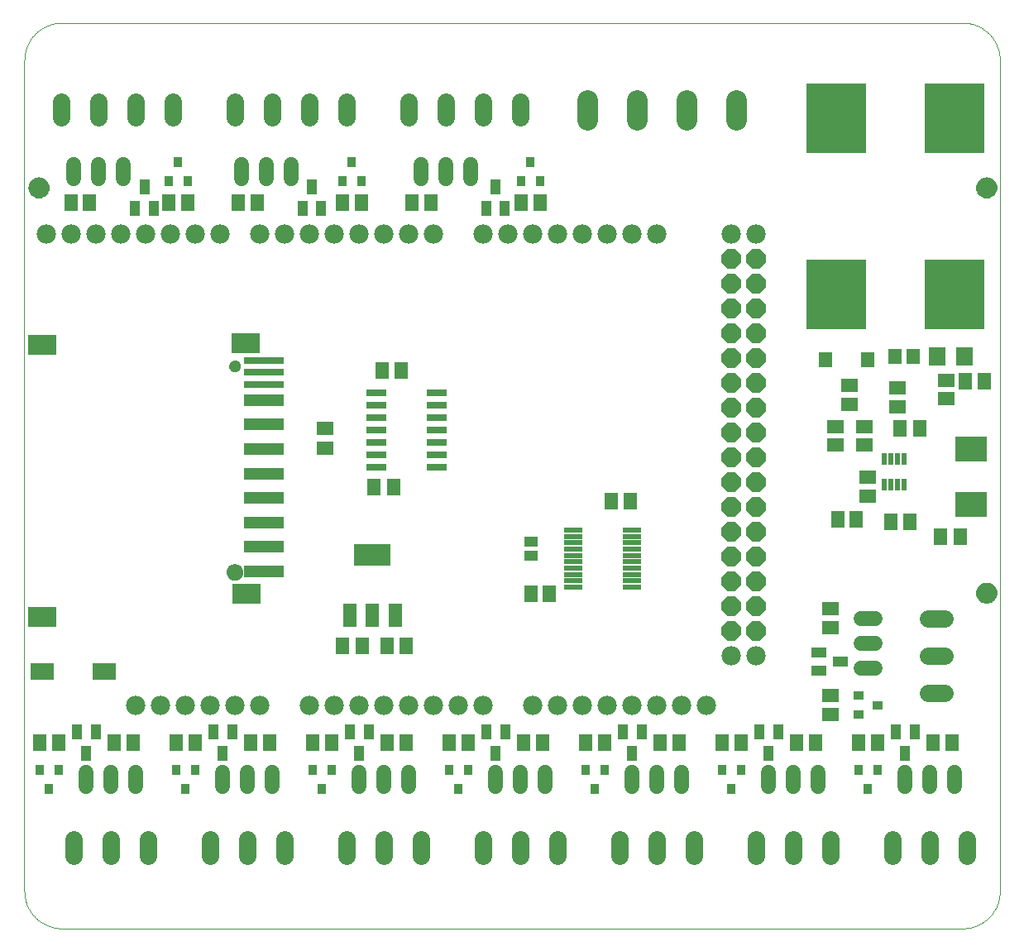
<source format=gts>
G75*
%MOIN*%
%OFA0B0*%
%FSLAX25Y25*%
%IPPOS*%
%LPD*%
%AMOC8*
5,1,8,0,0,1.08239X$1,22.5*
%
%ADD10C,0.00000*%
%ADD11R,0.05518X0.06699*%
%ADD12R,0.05200X0.09200*%
%ADD13R,0.14573X0.09061*%
%ADD14R,0.08400X0.03000*%
%ADD15C,0.07800*%
%ADD16OC8,0.07800*%
%ADD17R,0.07487X0.01975*%
%ADD18R,0.11424X0.08274*%
%ADD19R,0.16148X0.03156*%
%ADD20R,0.16148X0.05124*%
%ADD21C,0.04731*%
%ADD22C,0.06699*%
%ADD23R,0.05321X0.04337*%
%ADD24C,0.06896*%
%ADD25C,0.06000*%
%ADD26R,0.03550X0.03943*%
%ADD27R,0.03943X0.03550*%
%ADD28R,0.06699X0.05518*%
%ADD29R,0.05912X0.04337*%
%ADD30R,0.04337X0.05912*%
%ADD31R,0.05400X0.06187*%
%ADD32R,0.24022X0.27959*%
%ADD33R,0.06699X0.07498*%
%ADD34R,0.05518X0.06306*%
%ADD35R,0.09455X0.06699*%
%ADD36R,0.01975X0.05124*%
%ADD37R,0.12998X0.10243*%
%ADD38C,0.08274*%
%ADD39C,0.00500*%
D10*
X0090000Y0017248D02*
X0090000Y0352248D01*
X0090004Y0352610D01*
X0090018Y0352973D01*
X0090039Y0353335D01*
X0090070Y0353696D01*
X0090109Y0354056D01*
X0090157Y0354415D01*
X0090214Y0354773D01*
X0090279Y0355130D01*
X0090353Y0355485D01*
X0090436Y0355838D01*
X0090527Y0356189D01*
X0090626Y0356537D01*
X0090734Y0356883D01*
X0090850Y0357227D01*
X0090975Y0357567D01*
X0091107Y0357904D01*
X0091248Y0358238D01*
X0091397Y0358569D01*
X0091554Y0358896D01*
X0091718Y0359219D01*
X0091890Y0359538D01*
X0092070Y0359852D01*
X0092258Y0360163D01*
X0092453Y0360468D01*
X0092655Y0360769D01*
X0092865Y0361065D01*
X0093081Y0361355D01*
X0093305Y0361641D01*
X0093535Y0361921D01*
X0093772Y0362195D01*
X0094016Y0362463D01*
X0094266Y0362726D01*
X0094522Y0362982D01*
X0094785Y0363232D01*
X0095053Y0363476D01*
X0095327Y0363713D01*
X0095607Y0363943D01*
X0095893Y0364167D01*
X0096183Y0364383D01*
X0096479Y0364593D01*
X0096780Y0364795D01*
X0097085Y0364990D01*
X0097396Y0365178D01*
X0097710Y0365358D01*
X0098029Y0365530D01*
X0098352Y0365694D01*
X0098679Y0365851D01*
X0099010Y0366000D01*
X0099344Y0366141D01*
X0099681Y0366273D01*
X0100021Y0366398D01*
X0100365Y0366514D01*
X0100711Y0366622D01*
X0101059Y0366721D01*
X0101410Y0366812D01*
X0101763Y0366895D01*
X0102118Y0366969D01*
X0102475Y0367034D01*
X0102833Y0367091D01*
X0103192Y0367139D01*
X0103552Y0367178D01*
X0103913Y0367209D01*
X0104275Y0367230D01*
X0104638Y0367244D01*
X0105000Y0367248D01*
X0468110Y0367248D01*
X0468472Y0367244D01*
X0468835Y0367230D01*
X0469197Y0367209D01*
X0469558Y0367178D01*
X0469918Y0367139D01*
X0470277Y0367091D01*
X0470635Y0367034D01*
X0470992Y0366969D01*
X0471347Y0366895D01*
X0471700Y0366812D01*
X0472051Y0366721D01*
X0472399Y0366622D01*
X0472745Y0366514D01*
X0473089Y0366398D01*
X0473429Y0366273D01*
X0473766Y0366141D01*
X0474100Y0366000D01*
X0474431Y0365851D01*
X0474758Y0365694D01*
X0475081Y0365530D01*
X0475400Y0365358D01*
X0475714Y0365178D01*
X0476025Y0364990D01*
X0476330Y0364795D01*
X0476631Y0364593D01*
X0476927Y0364383D01*
X0477217Y0364167D01*
X0477503Y0363943D01*
X0477783Y0363713D01*
X0478057Y0363476D01*
X0478325Y0363232D01*
X0478588Y0362982D01*
X0478844Y0362726D01*
X0479094Y0362463D01*
X0479338Y0362195D01*
X0479575Y0361921D01*
X0479805Y0361641D01*
X0480029Y0361355D01*
X0480245Y0361065D01*
X0480455Y0360769D01*
X0480657Y0360468D01*
X0480852Y0360163D01*
X0481040Y0359852D01*
X0481220Y0359538D01*
X0481392Y0359219D01*
X0481556Y0358896D01*
X0481713Y0358569D01*
X0481862Y0358238D01*
X0482003Y0357904D01*
X0482135Y0357567D01*
X0482260Y0357227D01*
X0482376Y0356883D01*
X0482484Y0356537D01*
X0482583Y0356189D01*
X0482674Y0355838D01*
X0482757Y0355485D01*
X0482831Y0355130D01*
X0482896Y0354773D01*
X0482953Y0354415D01*
X0483001Y0354056D01*
X0483040Y0353696D01*
X0483071Y0353335D01*
X0483092Y0352973D01*
X0483106Y0352610D01*
X0483110Y0352248D01*
X0483110Y0017248D01*
X0483106Y0016886D01*
X0483092Y0016523D01*
X0483071Y0016161D01*
X0483040Y0015800D01*
X0483001Y0015440D01*
X0482953Y0015081D01*
X0482896Y0014723D01*
X0482831Y0014366D01*
X0482757Y0014011D01*
X0482674Y0013658D01*
X0482583Y0013307D01*
X0482484Y0012959D01*
X0482376Y0012613D01*
X0482260Y0012269D01*
X0482135Y0011929D01*
X0482003Y0011592D01*
X0481862Y0011258D01*
X0481713Y0010927D01*
X0481556Y0010600D01*
X0481392Y0010277D01*
X0481220Y0009958D01*
X0481040Y0009644D01*
X0480852Y0009333D01*
X0480657Y0009028D01*
X0480455Y0008727D01*
X0480245Y0008431D01*
X0480029Y0008141D01*
X0479805Y0007855D01*
X0479575Y0007575D01*
X0479338Y0007301D01*
X0479094Y0007033D01*
X0478844Y0006770D01*
X0478588Y0006514D01*
X0478325Y0006264D01*
X0478057Y0006020D01*
X0477783Y0005783D01*
X0477503Y0005553D01*
X0477217Y0005329D01*
X0476927Y0005113D01*
X0476631Y0004903D01*
X0476330Y0004701D01*
X0476025Y0004506D01*
X0475714Y0004318D01*
X0475400Y0004138D01*
X0475081Y0003966D01*
X0474758Y0003802D01*
X0474431Y0003645D01*
X0474100Y0003496D01*
X0473766Y0003355D01*
X0473429Y0003223D01*
X0473089Y0003098D01*
X0472745Y0002982D01*
X0472399Y0002874D01*
X0472051Y0002775D01*
X0471700Y0002684D01*
X0471347Y0002601D01*
X0470992Y0002527D01*
X0470635Y0002462D01*
X0470277Y0002405D01*
X0469918Y0002357D01*
X0469558Y0002318D01*
X0469197Y0002287D01*
X0468835Y0002266D01*
X0468472Y0002252D01*
X0468110Y0002248D01*
X0105000Y0002248D01*
X0104638Y0002252D01*
X0104275Y0002266D01*
X0103913Y0002287D01*
X0103552Y0002318D01*
X0103192Y0002357D01*
X0102833Y0002405D01*
X0102475Y0002462D01*
X0102118Y0002527D01*
X0101763Y0002601D01*
X0101410Y0002684D01*
X0101059Y0002775D01*
X0100711Y0002874D01*
X0100365Y0002982D01*
X0100021Y0003098D01*
X0099681Y0003223D01*
X0099344Y0003355D01*
X0099010Y0003496D01*
X0098679Y0003645D01*
X0098352Y0003802D01*
X0098029Y0003966D01*
X0097710Y0004138D01*
X0097396Y0004318D01*
X0097085Y0004506D01*
X0096780Y0004701D01*
X0096479Y0004903D01*
X0096183Y0005113D01*
X0095893Y0005329D01*
X0095607Y0005553D01*
X0095327Y0005783D01*
X0095053Y0006020D01*
X0094785Y0006264D01*
X0094522Y0006514D01*
X0094266Y0006770D01*
X0094016Y0007033D01*
X0093772Y0007301D01*
X0093535Y0007575D01*
X0093305Y0007855D01*
X0093081Y0008141D01*
X0092865Y0008431D01*
X0092655Y0008727D01*
X0092453Y0009028D01*
X0092258Y0009333D01*
X0092070Y0009644D01*
X0091890Y0009958D01*
X0091718Y0010277D01*
X0091554Y0010600D01*
X0091397Y0010927D01*
X0091248Y0011258D01*
X0091107Y0011592D01*
X0090975Y0011929D01*
X0090850Y0012269D01*
X0090734Y0012613D01*
X0090626Y0012959D01*
X0090527Y0013307D01*
X0090436Y0013658D01*
X0090353Y0014011D01*
X0090279Y0014366D01*
X0090214Y0014723D01*
X0090157Y0015081D01*
X0090109Y0015440D01*
X0090070Y0015800D01*
X0090039Y0016161D01*
X0090018Y0016523D01*
X0090004Y0016886D01*
X0090000Y0017248D01*
X0171582Y0145846D02*
X0171584Y0145958D01*
X0171590Y0146069D01*
X0171600Y0146181D01*
X0171614Y0146292D01*
X0171631Y0146402D01*
X0171653Y0146512D01*
X0171679Y0146621D01*
X0171708Y0146729D01*
X0171741Y0146835D01*
X0171778Y0146941D01*
X0171819Y0147045D01*
X0171864Y0147148D01*
X0171912Y0147249D01*
X0171963Y0147348D01*
X0172018Y0147445D01*
X0172077Y0147540D01*
X0172138Y0147634D01*
X0172203Y0147725D01*
X0172272Y0147813D01*
X0172343Y0147899D01*
X0172417Y0147983D01*
X0172495Y0148063D01*
X0172575Y0148141D01*
X0172658Y0148217D01*
X0172743Y0148289D01*
X0172831Y0148358D01*
X0172921Y0148424D01*
X0173014Y0148486D01*
X0173109Y0148546D01*
X0173206Y0148602D01*
X0173304Y0148654D01*
X0173405Y0148703D01*
X0173507Y0148748D01*
X0173611Y0148790D01*
X0173716Y0148828D01*
X0173823Y0148862D01*
X0173930Y0148892D01*
X0174039Y0148919D01*
X0174148Y0148941D01*
X0174259Y0148960D01*
X0174369Y0148975D01*
X0174481Y0148986D01*
X0174592Y0148993D01*
X0174704Y0148996D01*
X0174816Y0148995D01*
X0174928Y0148990D01*
X0175039Y0148981D01*
X0175150Y0148968D01*
X0175261Y0148951D01*
X0175371Y0148931D01*
X0175480Y0148906D01*
X0175588Y0148878D01*
X0175695Y0148845D01*
X0175801Y0148809D01*
X0175905Y0148769D01*
X0176008Y0148726D01*
X0176110Y0148679D01*
X0176209Y0148628D01*
X0176307Y0148574D01*
X0176403Y0148516D01*
X0176497Y0148455D01*
X0176588Y0148391D01*
X0176677Y0148324D01*
X0176764Y0148253D01*
X0176848Y0148179D01*
X0176930Y0148103D01*
X0177008Y0148023D01*
X0177084Y0147941D01*
X0177157Y0147856D01*
X0177227Y0147769D01*
X0177293Y0147679D01*
X0177357Y0147587D01*
X0177417Y0147493D01*
X0177474Y0147397D01*
X0177527Y0147298D01*
X0177577Y0147198D01*
X0177623Y0147097D01*
X0177666Y0146993D01*
X0177705Y0146888D01*
X0177740Y0146782D01*
X0177771Y0146675D01*
X0177799Y0146566D01*
X0177822Y0146457D01*
X0177842Y0146347D01*
X0177858Y0146236D01*
X0177870Y0146125D01*
X0177878Y0146014D01*
X0177882Y0145902D01*
X0177882Y0145790D01*
X0177878Y0145678D01*
X0177870Y0145567D01*
X0177858Y0145456D01*
X0177842Y0145345D01*
X0177822Y0145235D01*
X0177799Y0145126D01*
X0177771Y0145017D01*
X0177740Y0144910D01*
X0177705Y0144804D01*
X0177666Y0144699D01*
X0177623Y0144595D01*
X0177577Y0144494D01*
X0177527Y0144394D01*
X0177474Y0144295D01*
X0177417Y0144199D01*
X0177357Y0144105D01*
X0177293Y0144013D01*
X0177227Y0143923D01*
X0177157Y0143836D01*
X0177084Y0143751D01*
X0177008Y0143669D01*
X0176930Y0143589D01*
X0176848Y0143513D01*
X0176764Y0143439D01*
X0176677Y0143368D01*
X0176588Y0143301D01*
X0176497Y0143237D01*
X0176403Y0143176D01*
X0176307Y0143118D01*
X0176209Y0143064D01*
X0176110Y0143013D01*
X0176008Y0142966D01*
X0175905Y0142923D01*
X0175801Y0142883D01*
X0175695Y0142847D01*
X0175588Y0142814D01*
X0175480Y0142786D01*
X0175371Y0142761D01*
X0175261Y0142741D01*
X0175150Y0142724D01*
X0175039Y0142711D01*
X0174928Y0142702D01*
X0174816Y0142697D01*
X0174704Y0142696D01*
X0174592Y0142699D01*
X0174481Y0142706D01*
X0174369Y0142717D01*
X0174259Y0142732D01*
X0174148Y0142751D01*
X0174039Y0142773D01*
X0173930Y0142800D01*
X0173823Y0142830D01*
X0173716Y0142864D01*
X0173611Y0142902D01*
X0173507Y0142944D01*
X0173405Y0142989D01*
X0173304Y0143038D01*
X0173206Y0143090D01*
X0173109Y0143146D01*
X0173014Y0143206D01*
X0172921Y0143268D01*
X0172831Y0143334D01*
X0172743Y0143403D01*
X0172658Y0143475D01*
X0172575Y0143551D01*
X0172495Y0143629D01*
X0172417Y0143709D01*
X0172343Y0143793D01*
X0172272Y0143879D01*
X0172203Y0143967D01*
X0172138Y0144058D01*
X0172077Y0144152D01*
X0172018Y0144247D01*
X0171963Y0144344D01*
X0171912Y0144443D01*
X0171864Y0144544D01*
X0171819Y0144647D01*
X0171778Y0144751D01*
X0171741Y0144857D01*
X0171708Y0144963D01*
X0171679Y0145071D01*
X0171653Y0145180D01*
X0171631Y0145290D01*
X0171614Y0145400D01*
X0171600Y0145511D01*
X0171590Y0145623D01*
X0171584Y0145734D01*
X0171582Y0145846D01*
X0172567Y0228917D02*
X0172569Y0229010D01*
X0172575Y0229102D01*
X0172585Y0229194D01*
X0172599Y0229285D01*
X0172616Y0229376D01*
X0172638Y0229466D01*
X0172663Y0229555D01*
X0172692Y0229643D01*
X0172725Y0229729D01*
X0172762Y0229814D01*
X0172802Y0229898D01*
X0172846Y0229979D01*
X0172893Y0230059D01*
X0172943Y0230137D01*
X0172997Y0230212D01*
X0173054Y0230285D01*
X0173114Y0230355D01*
X0173177Y0230423D01*
X0173243Y0230488D01*
X0173311Y0230550D01*
X0173382Y0230610D01*
X0173456Y0230666D01*
X0173532Y0230719D01*
X0173610Y0230768D01*
X0173690Y0230815D01*
X0173772Y0230857D01*
X0173856Y0230897D01*
X0173941Y0230932D01*
X0174028Y0230964D01*
X0174116Y0230993D01*
X0174205Y0231017D01*
X0174295Y0231038D01*
X0174386Y0231054D01*
X0174478Y0231067D01*
X0174570Y0231076D01*
X0174663Y0231081D01*
X0174755Y0231082D01*
X0174848Y0231079D01*
X0174940Y0231072D01*
X0175032Y0231061D01*
X0175123Y0231046D01*
X0175214Y0231028D01*
X0175304Y0231005D01*
X0175392Y0230979D01*
X0175480Y0230949D01*
X0175566Y0230915D01*
X0175650Y0230878D01*
X0175733Y0230836D01*
X0175814Y0230792D01*
X0175894Y0230744D01*
X0175971Y0230693D01*
X0176045Y0230638D01*
X0176118Y0230580D01*
X0176188Y0230520D01*
X0176255Y0230456D01*
X0176319Y0230390D01*
X0176381Y0230320D01*
X0176439Y0230249D01*
X0176494Y0230175D01*
X0176546Y0230098D01*
X0176595Y0230019D01*
X0176641Y0229939D01*
X0176683Y0229856D01*
X0176721Y0229772D01*
X0176756Y0229686D01*
X0176787Y0229599D01*
X0176814Y0229511D01*
X0176837Y0229421D01*
X0176857Y0229331D01*
X0176873Y0229240D01*
X0176885Y0229148D01*
X0176893Y0229056D01*
X0176897Y0228963D01*
X0176897Y0228871D01*
X0176893Y0228778D01*
X0176885Y0228686D01*
X0176873Y0228594D01*
X0176857Y0228503D01*
X0176837Y0228413D01*
X0176814Y0228323D01*
X0176787Y0228235D01*
X0176756Y0228148D01*
X0176721Y0228062D01*
X0176683Y0227978D01*
X0176641Y0227895D01*
X0176595Y0227815D01*
X0176546Y0227736D01*
X0176494Y0227659D01*
X0176439Y0227585D01*
X0176381Y0227514D01*
X0176319Y0227444D01*
X0176255Y0227378D01*
X0176188Y0227314D01*
X0176118Y0227254D01*
X0176045Y0227196D01*
X0175971Y0227141D01*
X0175894Y0227090D01*
X0175815Y0227042D01*
X0175733Y0226998D01*
X0175650Y0226956D01*
X0175566Y0226919D01*
X0175480Y0226885D01*
X0175392Y0226855D01*
X0175304Y0226829D01*
X0175214Y0226806D01*
X0175123Y0226788D01*
X0175032Y0226773D01*
X0174940Y0226762D01*
X0174848Y0226755D01*
X0174755Y0226752D01*
X0174663Y0226753D01*
X0174570Y0226758D01*
X0174478Y0226767D01*
X0174386Y0226780D01*
X0174295Y0226796D01*
X0174205Y0226817D01*
X0174116Y0226841D01*
X0174028Y0226870D01*
X0173941Y0226902D01*
X0173856Y0226937D01*
X0173772Y0226977D01*
X0173690Y0227019D01*
X0173610Y0227066D01*
X0173532Y0227115D01*
X0173456Y0227168D01*
X0173382Y0227224D01*
X0173311Y0227284D01*
X0173243Y0227346D01*
X0173177Y0227411D01*
X0173114Y0227479D01*
X0173054Y0227549D01*
X0172997Y0227622D01*
X0172943Y0227697D01*
X0172893Y0227775D01*
X0172846Y0227855D01*
X0172802Y0227936D01*
X0172762Y0228020D01*
X0172725Y0228105D01*
X0172692Y0228191D01*
X0172663Y0228279D01*
X0172638Y0228368D01*
X0172616Y0228458D01*
X0172599Y0228549D01*
X0172585Y0228640D01*
X0172575Y0228732D01*
X0172569Y0228824D01*
X0172567Y0228917D01*
D11*
X0234260Y0227248D03*
X0241740Y0227248D03*
X0238687Y0180248D03*
X0230813Y0180248D03*
X0294157Y0137171D03*
X0301638Y0137171D03*
X0326439Y0174500D03*
X0334313Y0174500D03*
X0417760Y0167248D03*
X0425240Y0167248D03*
X0439063Y0165998D03*
X0446937Y0165998D03*
X0459142Y0160248D03*
X0467016Y0160248D03*
X0450687Y0203748D03*
X0442813Y0203748D03*
X0469063Y0222748D03*
X0476937Y0222748D03*
X0297677Y0294748D03*
X0290197Y0294748D03*
X0253740Y0294748D03*
X0246260Y0294748D03*
X0225709Y0294748D03*
X0218228Y0294748D03*
X0183740Y0294748D03*
X0176260Y0294748D03*
X0155709Y0294748D03*
X0148228Y0294748D03*
X0116240Y0294748D03*
X0108760Y0294748D03*
X0218281Y0115998D03*
X0226156Y0115998D03*
X0236031Y0116248D03*
X0243906Y0116248D03*
X0243740Y0077248D03*
X0236260Y0077248D03*
X0213740Y0077248D03*
X0206260Y0077248D03*
X0188740Y0077248D03*
X0181260Y0077248D03*
X0158740Y0077248D03*
X0151260Y0077248D03*
X0133740Y0077248D03*
X0126260Y0077248D03*
X0103740Y0077248D03*
X0096260Y0077248D03*
X0261260Y0077248D03*
X0268740Y0077248D03*
X0291260Y0077248D03*
X0298740Y0077248D03*
X0316260Y0077248D03*
X0323740Y0077248D03*
X0346260Y0077248D03*
X0353740Y0077248D03*
X0371260Y0077248D03*
X0378740Y0077248D03*
X0401260Y0077248D03*
X0408740Y0077248D03*
X0426260Y0077248D03*
X0433740Y0077248D03*
X0456260Y0077248D03*
X0463740Y0077248D03*
D12*
X0239350Y0128298D03*
X0230250Y0128298D03*
X0221150Y0128298D03*
D13*
X0230250Y0152699D03*
D14*
X0231900Y0188248D03*
X0231900Y0193248D03*
X0231900Y0198248D03*
X0231900Y0203248D03*
X0231900Y0208248D03*
X0231900Y0213248D03*
X0231900Y0218248D03*
X0256100Y0218248D03*
X0256100Y0213248D03*
X0256100Y0208248D03*
X0256100Y0203248D03*
X0256100Y0198248D03*
X0256100Y0193248D03*
X0256100Y0188248D03*
D15*
X0375000Y0112248D03*
X0385000Y0112248D03*
X0365000Y0092248D03*
X0355000Y0092248D03*
X0345000Y0092248D03*
X0335000Y0092248D03*
X0325000Y0092248D03*
X0315000Y0092248D03*
X0305000Y0092248D03*
X0295000Y0092248D03*
X0275000Y0092248D03*
X0265000Y0092248D03*
X0255000Y0092248D03*
X0245000Y0092248D03*
X0235000Y0092248D03*
X0225000Y0092248D03*
X0215000Y0092248D03*
X0205000Y0092248D03*
X0185000Y0092248D03*
X0175000Y0092248D03*
X0165000Y0092248D03*
X0155000Y0092248D03*
X0145000Y0092248D03*
X0135000Y0092248D03*
X0139000Y0282248D03*
X0129000Y0282248D03*
X0119000Y0282248D03*
X0109000Y0282248D03*
X0099000Y0282248D03*
X0149000Y0282248D03*
X0159000Y0282248D03*
X0169000Y0282248D03*
X0185000Y0282248D03*
X0195000Y0282248D03*
X0205000Y0282248D03*
X0215000Y0282248D03*
X0225000Y0282248D03*
X0235000Y0282248D03*
X0245000Y0282248D03*
X0255000Y0282248D03*
X0275000Y0282248D03*
X0285000Y0282248D03*
X0295000Y0282248D03*
X0305000Y0282248D03*
X0315000Y0282248D03*
X0325000Y0282248D03*
X0335000Y0282248D03*
X0345000Y0282248D03*
X0375000Y0282248D03*
X0385000Y0282248D03*
D16*
X0385000Y0272248D03*
X0385000Y0262248D03*
X0375000Y0262248D03*
X0375000Y0272248D03*
X0375000Y0252248D03*
X0385000Y0252248D03*
X0385000Y0242248D03*
X0375000Y0242248D03*
X0375000Y0232248D03*
X0375000Y0222248D03*
X0385000Y0222248D03*
X0385000Y0232248D03*
X0385000Y0212248D03*
X0375000Y0212248D03*
X0375000Y0202248D03*
X0375000Y0192248D03*
X0385000Y0192248D03*
X0385000Y0202248D03*
X0385000Y0182248D03*
X0375000Y0182248D03*
X0375000Y0172248D03*
X0385000Y0172248D03*
X0385000Y0162248D03*
X0385000Y0152248D03*
X0375000Y0152248D03*
X0375000Y0162248D03*
X0375000Y0142248D03*
X0385000Y0142248D03*
X0385000Y0132248D03*
X0385000Y0122248D03*
X0375000Y0122248D03*
X0375000Y0132248D03*
D17*
X0334811Y0139732D03*
X0334811Y0142291D03*
X0334811Y0144850D03*
X0334811Y0147409D03*
X0334811Y0149969D03*
X0334811Y0152528D03*
X0334811Y0155087D03*
X0334811Y0157646D03*
X0334811Y0160205D03*
X0334811Y0162764D03*
X0311189Y0162764D03*
X0311189Y0160205D03*
X0311189Y0157646D03*
X0311189Y0155087D03*
X0311189Y0152528D03*
X0311189Y0149969D03*
X0311189Y0147409D03*
X0311189Y0144850D03*
X0311189Y0142291D03*
X0311189Y0139732D03*
D18*
X0179457Y0137185D03*
X0097173Y0127736D03*
X0097173Y0237579D03*
X0179063Y0237972D03*
D19*
X0186543Y0231280D03*
X0186543Y0226555D03*
X0186543Y0221437D03*
D20*
X0186543Y0215138D03*
X0186543Y0205295D03*
X0186543Y0195453D03*
X0186543Y0185610D03*
X0186543Y0175768D03*
X0186543Y0165925D03*
X0186543Y0156083D03*
X0186543Y0146240D03*
D21*
X0174732Y0228917D03*
D22*
X0174732Y0145846D03*
D23*
X0294250Y0152295D03*
X0294250Y0158201D03*
D24*
X0290000Y0037996D02*
X0290000Y0031500D01*
X0305000Y0031500D02*
X0305000Y0037996D01*
X0330000Y0037996D02*
X0330000Y0031500D01*
X0345000Y0031500D02*
X0345000Y0037996D01*
X0360000Y0037996D02*
X0360000Y0031500D01*
X0385000Y0031500D02*
X0385000Y0037996D01*
X0400000Y0037996D02*
X0400000Y0031500D01*
X0415000Y0031500D02*
X0415000Y0037996D01*
X0440000Y0037996D02*
X0440000Y0031500D01*
X0455000Y0031500D02*
X0455000Y0037996D01*
X0470000Y0037996D02*
X0470000Y0031500D01*
X0460748Y0097248D02*
X0454252Y0097248D01*
X0454252Y0112248D02*
X0460748Y0112248D01*
X0460748Y0127248D02*
X0454252Y0127248D01*
X0275000Y0037996D02*
X0275000Y0031500D01*
X0250000Y0031500D02*
X0250000Y0037996D01*
X0235000Y0037996D02*
X0235000Y0031500D01*
X0220000Y0031500D02*
X0220000Y0037996D01*
X0195000Y0037996D02*
X0195000Y0031500D01*
X0180000Y0031500D02*
X0180000Y0037996D01*
X0165000Y0037996D02*
X0165000Y0031500D01*
X0140000Y0031500D02*
X0140000Y0037996D01*
X0125000Y0037996D02*
X0125000Y0031500D01*
X0110000Y0031500D02*
X0110000Y0037996D01*
X0105000Y0329000D02*
X0105000Y0335496D01*
X0120000Y0335496D02*
X0120000Y0329000D01*
X0135000Y0329000D02*
X0135000Y0335496D01*
X0150000Y0335496D02*
X0150000Y0329000D01*
X0175000Y0329000D02*
X0175000Y0335496D01*
X0190000Y0335496D02*
X0190000Y0329000D01*
X0205000Y0329000D02*
X0205000Y0335496D01*
X0220000Y0335496D02*
X0220000Y0329000D01*
X0245000Y0329000D02*
X0245000Y0335496D01*
X0260000Y0335496D02*
X0260000Y0329000D01*
X0275000Y0329000D02*
X0275000Y0335496D01*
X0290000Y0335496D02*
X0290000Y0329000D01*
D25*
X0270000Y0310048D02*
X0270000Y0304448D01*
X0260000Y0304448D02*
X0260000Y0310048D01*
X0250000Y0310048D02*
X0250000Y0304448D01*
X0197500Y0304448D02*
X0197500Y0310048D01*
X0187500Y0310048D02*
X0187500Y0304448D01*
X0177500Y0304448D02*
X0177500Y0310048D01*
X0130000Y0310048D02*
X0130000Y0304448D01*
X0120000Y0304448D02*
X0120000Y0310048D01*
X0110000Y0310048D02*
X0110000Y0304448D01*
X0427200Y0127248D02*
X0432800Y0127248D01*
X0432800Y0117248D02*
X0427200Y0117248D01*
X0427200Y0107248D02*
X0432800Y0107248D01*
X0445000Y0065048D02*
X0445000Y0059448D01*
X0455000Y0059448D02*
X0455000Y0065048D01*
X0465000Y0065048D02*
X0465000Y0059448D01*
X0410000Y0059448D02*
X0410000Y0065048D01*
X0400000Y0065048D02*
X0400000Y0059448D01*
X0390000Y0059448D02*
X0390000Y0065048D01*
X0355000Y0065048D02*
X0355000Y0059448D01*
X0345000Y0059448D02*
X0345000Y0065048D01*
X0335000Y0065048D02*
X0335000Y0059448D01*
X0300000Y0059448D02*
X0300000Y0065048D01*
X0290000Y0065048D02*
X0290000Y0059448D01*
X0280000Y0059448D02*
X0280000Y0065048D01*
X0245000Y0065048D02*
X0245000Y0059448D01*
X0235000Y0059448D02*
X0235000Y0065048D01*
X0225000Y0065048D02*
X0225000Y0059448D01*
X0190000Y0059448D02*
X0190000Y0065048D01*
X0180000Y0065048D02*
X0180000Y0059448D01*
X0170000Y0059448D02*
X0170000Y0065048D01*
X0135000Y0065048D02*
X0135000Y0059448D01*
X0125000Y0059448D02*
X0125000Y0065048D01*
X0115000Y0065048D02*
X0115000Y0059448D01*
D26*
X0103740Y0066185D03*
X0096260Y0066185D03*
X0100000Y0058311D03*
X0151260Y0066185D03*
X0158740Y0066185D03*
X0155000Y0058311D03*
X0206260Y0066185D03*
X0213740Y0066185D03*
X0210000Y0058311D03*
X0261260Y0066185D03*
X0268740Y0066185D03*
X0265000Y0058311D03*
X0316260Y0066185D03*
X0323740Y0066185D03*
X0320000Y0058311D03*
X0371260Y0066185D03*
X0378740Y0066185D03*
X0375000Y0058311D03*
X0426260Y0066185D03*
X0433740Y0066185D03*
X0430000Y0058311D03*
X0297677Y0303311D03*
X0290197Y0303311D03*
X0293937Y0311185D03*
X0225709Y0303311D03*
X0218228Y0303311D03*
X0221969Y0311185D03*
X0155709Y0303311D03*
X0148228Y0303311D03*
X0151969Y0311185D03*
D27*
X0426063Y0095988D03*
X0433937Y0092248D03*
X0426063Y0088508D03*
D28*
X0415000Y0088508D03*
X0415000Y0095988D03*
X0415000Y0123508D03*
X0415000Y0130988D03*
X0429750Y0176311D03*
X0429750Y0184185D03*
X0428500Y0197008D03*
X0428500Y0204488D03*
X0422500Y0213311D03*
X0422500Y0221185D03*
X0417000Y0204488D03*
X0417000Y0197008D03*
X0442000Y0212508D03*
X0442000Y0219988D03*
X0461500Y0223238D03*
X0461500Y0215758D03*
X0211250Y0203685D03*
X0211250Y0195811D03*
D29*
X0410138Y0113488D03*
X0410138Y0106008D03*
X0418799Y0109748D03*
D30*
X0441260Y0081579D03*
X0448740Y0081579D03*
X0445000Y0072917D03*
X0393740Y0081579D03*
X0386260Y0081579D03*
X0390000Y0072917D03*
X0338740Y0081579D03*
X0331260Y0081579D03*
X0335000Y0072917D03*
X0283740Y0081579D03*
X0276260Y0081579D03*
X0280000Y0072917D03*
X0228740Y0081579D03*
X0221260Y0081579D03*
X0225000Y0072917D03*
X0173740Y0081579D03*
X0166260Y0081579D03*
X0170000Y0072917D03*
X0118740Y0081579D03*
X0111260Y0081579D03*
X0115000Y0072917D03*
X0134665Y0292386D03*
X0142146Y0292386D03*
X0138406Y0301047D03*
X0202165Y0292386D03*
X0209646Y0292386D03*
X0205906Y0301047D03*
X0276102Y0292386D03*
X0283583Y0292386D03*
X0279843Y0301047D03*
D31*
X0412756Y0231343D03*
X0429685Y0231343D03*
D32*
X0417047Y0257878D03*
X0465000Y0257878D03*
X0465000Y0328744D03*
X0417047Y0328744D03*
D33*
X0457783Y0232776D03*
X0468980Y0232776D03*
D34*
X0448205Y0232717D03*
X0440724Y0232717D03*
D35*
X0122116Y0105909D03*
X0097313Y0105909D03*
D36*
X0436661Y0181130D03*
X0439220Y0181130D03*
X0441780Y0181130D03*
X0444339Y0181130D03*
X0444339Y0191366D03*
X0441780Y0191366D03*
X0439220Y0191366D03*
X0436661Y0191366D03*
D37*
X0471594Y0195469D03*
X0471594Y0173028D03*
D38*
X0376973Y0328173D02*
X0376973Y0336047D01*
X0356973Y0336047D02*
X0356973Y0328173D01*
X0336973Y0328173D02*
X0336973Y0336047D01*
X0316973Y0336047D02*
X0316973Y0328173D01*
D39*
X0473918Y0301396D02*
X0473858Y0300713D01*
X0473918Y0300029D01*
X0474096Y0299366D01*
X0474386Y0298744D01*
X0474779Y0298182D01*
X0475265Y0297697D01*
X0475827Y0297303D01*
X0476449Y0297013D01*
X0477112Y0296835D01*
X0477795Y0296776D01*
X0478479Y0296835D01*
X0479142Y0297013D01*
X0479764Y0297303D01*
X0480326Y0297697D01*
X0480811Y0298182D01*
X0481205Y0298744D01*
X0481495Y0299366D01*
X0481672Y0300029D01*
X0481732Y0300713D01*
X0481672Y0301396D01*
X0481495Y0302059D01*
X0481205Y0302681D01*
X0480811Y0303243D01*
X0480326Y0303729D01*
X0479764Y0304122D01*
X0479142Y0304412D01*
X0478479Y0304590D01*
X0477795Y0304650D01*
X0477112Y0304590D01*
X0476449Y0304412D01*
X0475827Y0304122D01*
X0475265Y0303729D01*
X0474779Y0303243D01*
X0474386Y0302681D01*
X0474096Y0302059D01*
X0473918Y0301396D01*
X0473919Y0301399D02*
X0481672Y0301399D01*
X0481716Y0300901D02*
X0473875Y0300901D01*
X0473885Y0300402D02*
X0481705Y0300402D01*
X0481639Y0299904D02*
X0473952Y0299904D01*
X0474085Y0299405D02*
X0481505Y0299405D01*
X0481281Y0298907D02*
X0474310Y0298907D01*
X0474621Y0298408D02*
X0480970Y0298408D01*
X0480539Y0297910D02*
X0475051Y0297910D01*
X0475672Y0297411D02*
X0479919Y0297411D01*
X0478768Y0296913D02*
X0476822Y0296913D01*
X0474053Y0301898D02*
X0481538Y0301898D01*
X0481338Y0302397D02*
X0474253Y0302397D01*
X0474536Y0302895D02*
X0481055Y0302895D01*
X0480661Y0303394D02*
X0474930Y0303394D01*
X0475498Y0303892D02*
X0480092Y0303892D01*
X0479188Y0304391D02*
X0476402Y0304391D01*
X0477795Y0141264D02*
X0477112Y0141204D01*
X0476449Y0141026D01*
X0475827Y0140736D01*
X0475265Y0140343D01*
X0474779Y0139857D01*
X0474386Y0139295D01*
X0474096Y0138673D01*
X0473918Y0138010D01*
X0473858Y0137327D01*
X0473918Y0136643D01*
X0474096Y0135980D01*
X0474386Y0135358D01*
X0474779Y0134796D01*
X0475265Y0134311D01*
X0475827Y0133917D01*
X0476449Y0133627D01*
X0477112Y0133450D01*
X0477795Y0133390D01*
X0478479Y0133450D01*
X0479142Y0133627D01*
X0479764Y0133917D01*
X0480326Y0134311D01*
X0480811Y0134796D01*
X0481205Y0135358D01*
X0481495Y0135980D01*
X0481672Y0136643D01*
X0481732Y0137327D01*
X0481672Y0138010D01*
X0481495Y0138673D01*
X0481205Y0139295D01*
X0480811Y0139857D01*
X0480326Y0140343D01*
X0479764Y0140736D01*
X0479142Y0141026D01*
X0478479Y0141204D01*
X0477795Y0141264D01*
X0476132Y0140879D02*
X0479458Y0140879D01*
X0480272Y0140380D02*
X0475318Y0140380D01*
X0474804Y0139882D02*
X0480787Y0139882D01*
X0481143Y0139383D02*
X0474447Y0139383D01*
X0474194Y0138885D02*
X0481396Y0138885D01*
X0481572Y0138386D02*
X0474019Y0138386D01*
X0473907Y0137888D02*
X0481683Y0137888D01*
X0481727Y0137389D02*
X0473864Y0137389D01*
X0473896Y0136891D02*
X0481694Y0136891D01*
X0481605Y0136392D02*
X0473985Y0136392D01*
X0474136Y0135894D02*
X0481455Y0135894D01*
X0481222Y0135395D02*
X0474368Y0135395D01*
X0474709Y0134897D02*
X0480882Y0134897D01*
X0480413Y0134398D02*
X0475177Y0134398D01*
X0475864Y0133900D02*
X0479726Y0133900D01*
X0477926Y0133401D02*
X0477665Y0133401D01*
X0099605Y0299366D02*
X0099315Y0298744D01*
X0098921Y0298182D01*
X0098436Y0297697D01*
X0097874Y0297303D01*
X0097252Y0297013D01*
X0096589Y0296835D01*
X0095906Y0296776D01*
X0095222Y0296835D01*
X0094559Y0297013D01*
X0093937Y0297303D01*
X0093375Y0297697D01*
X0092890Y0298182D01*
X0092496Y0298744D01*
X0092206Y0299366D01*
X0092028Y0300029D01*
X0091969Y0300713D01*
X0092028Y0301396D01*
X0092206Y0302059D01*
X0092496Y0302681D01*
X0092890Y0303243D01*
X0093375Y0303729D01*
X0093937Y0304122D01*
X0094559Y0304412D01*
X0095222Y0304590D01*
X0095906Y0304650D01*
X0096589Y0304590D01*
X0097252Y0304412D01*
X0097874Y0304122D01*
X0098436Y0303729D01*
X0098921Y0303243D01*
X0099315Y0302681D01*
X0099605Y0302059D01*
X0099783Y0301396D01*
X0099843Y0300713D01*
X0099783Y0300029D01*
X0099605Y0299366D01*
X0099616Y0299405D02*
X0092195Y0299405D01*
X0092062Y0299904D02*
X0099749Y0299904D01*
X0099815Y0300402D02*
X0091996Y0300402D01*
X0091985Y0300901D02*
X0099826Y0300901D01*
X0099782Y0301399D02*
X0092029Y0301399D01*
X0092163Y0301898D02*
X0099648Y0301898D01*
X0099448Y0302397D02*
X0092363Y0302397D01*
X0092646Y0302895D02*
X0099165Y0302895D01*
X0098771Y0303394D02*
X0093040Y0303394D01*
X0093608Y0303892D02*
X0098203Y0303892D01*
X0097298Y0304391D02*
X0094513Y0304391D01*
X0092420Y0298907D02*
X0099391Y0298907D01*
X0099080Y0298408D02*
X0092731Y0298408D01*
X0093162Y0297910D02*
X0098649Y0297910D01*
X0098029Y0297411D02*
X0093782Y0297411D01*
X0094933Y0296913D02*
X0096878Y0296913D01*
M02*

</source>
